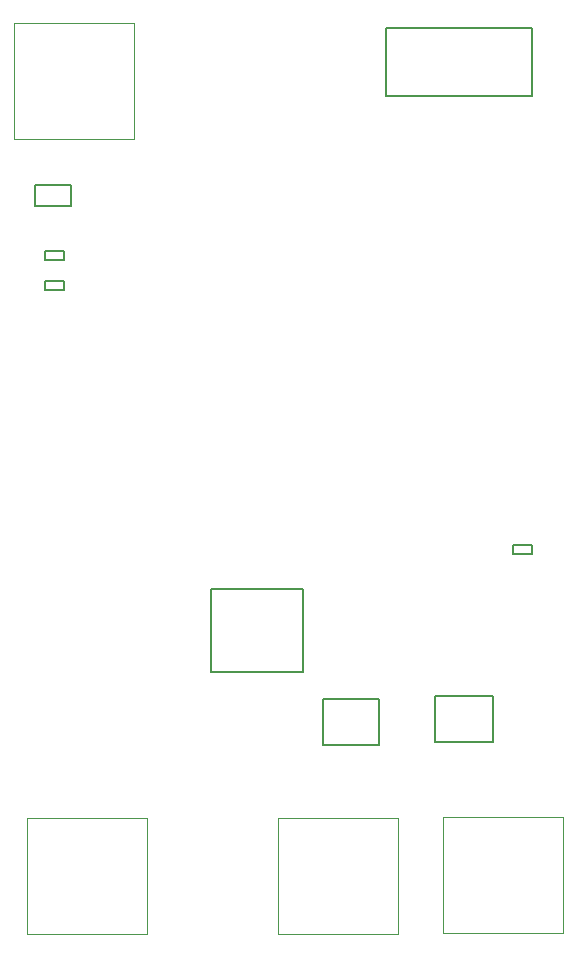
<source format=gbr>
G04*
G04 #@! TF.GenerationSoftware,Altium Limited,Altium Designer,24.4.1 (13)*
G04*
G04 Layer_Color=8388736*
%FSLAX44Y44*%
%MOMM*%
G71*
G04*
G04 #@! TF.SameCoordinates,35E0C0FB-C19D-4D04-833B-EC0655963EBE*
G04*
G04*
G04 #@! TF.FilePolarity,Positive*
G04*
G01*
G75*
%ADD10C,0.2000*%
%ADD60C,0.0254*%
D10*
X449200Y337630D02*
Y345630D01*
Y337630D02*
X465200D01*
Y345630D01*
X449200D02*
X465200D01*
X383170Y178620D02*
X432170D01*
Y217620D01*
X383170D02*
X432170D01*
X383170Y178620D02*
Y217620D01*
X288795Y215080D02*
X336045D01*
X288795Y176080D02*
Y215080D01*
Y176080D02*
X336045D01*
Y215080D01*
X193410Y238050D02*
X271410D01*
Y308050D01*
X193410D02*
X271410D01*
X193410Y238050D02*
Y308050D01*
X44440Y650100D02*
X74940D01*
X44440Y632600D02*
Y650100D01*
Y632600D02*
X74940D01*
Y650100D01*
X68960Y586550D02*
Y594550D01*
X52960D02*
X68960D01*
X52960Y586550D02*
Y594550D01*
Y586550D02*
X68960D01*
Y561150D02*
Y569150D01*
X52960D02*
X68960D01*
X52960Y561150D02*
Y569150D01*
Y561150D02*
X68960D01*
X341660Y725800D02*
Y783300D01*
Y725800D02*
X465660D01*
Y783300D01*
X341660D02*
X465660D01*
D60*
X250190Y16230D02*
X351790D01*
Y114230D01*
X250190D02*
X351790D01*
X250190Y16230D02*
Y114230D01*
X26670Y787680D02*
X128270D01*
X26670Y689680D02*
Y787680D01*
Y689680D02*
X128270D01*
Y787680D01*
X38100Y16230D02*
X139700D01*
Y114230D01*
X38100D02*
X139700D01*
X38100Y16230D02*
Y114230D01*
X389890Y17500D02*
Y115500D01*
X491490D01*
Y17500D02*
Y115500D01*
X389890Y17500D02*
X491490D01*
M02*

</source>
